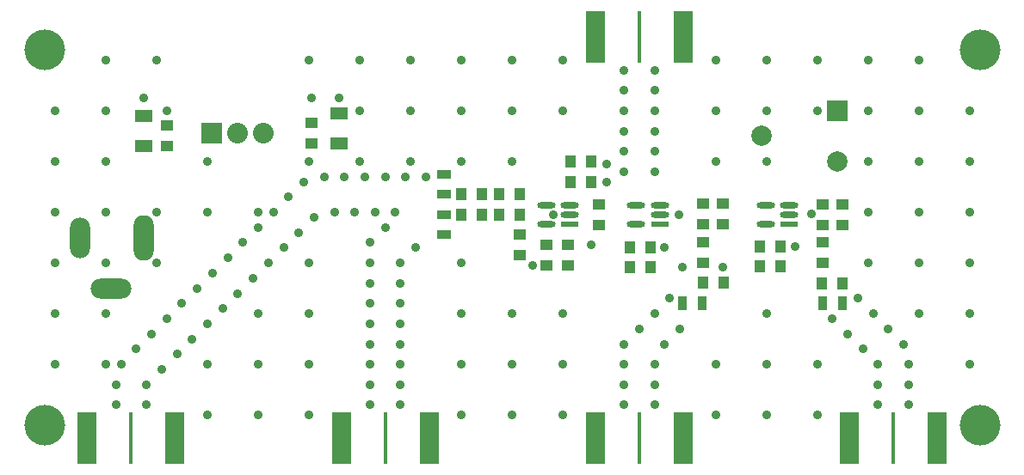
<source format=gts>
G04*
G04 #@! TF.GenerationSoftware,Altium Limited,Altium Designer,26.1.1 (7)*
G04*
G04 Layer_Color=8388736*
%FSLAX44Y44*%
%MOMM*%
G71*
G04*
G04 #@! TF.SameCoordinates,A118C6E1-3479-42CE-8D72-1BDF69DDE12E*
G04*
G04*
G04 #@! TF.FilePolarity,Negative*
G04*
G01*
G75*
%ADD15R,1.8000X1.1500*%
%ADD16R,1.9050X5.0800*%
G04:AMPARAMS|DCode=17|XSize=1.8052mm|YSize=0.6121mm|CornerRadius=0.3061mm|HoleSize=0mm|Usage=FLASHONLY|Rotation=180.000|XOffset=0mm|YOffset=0mm|HoleType=Round|Shape=RoundedRectangle|*
%AMROUNDEDRECTD17*
21,1,1.8052,0.0000,0,0,180.0*
21,1,1.1931,0.6121,0,0,180.0*
1,1,0.6121,-0.5966,0.0000*
1,1,0.6121,0.5966,0.0000*
1,1,0.6121,0.5966,0.0000*
1,1,0.6121,-0.5966,0.0000*
%
%ADD17ROUNDEDRECTD17*%
%ADD18R,1.0160X1.2700*%
%ADD19R,1.2700X1.0160*%
%ADD20R,1.4500X0.9500*%
%ADD21R,0.4500X5.0800*%
%ADD22R,1.8052X0.6121*%
%ADD23R,0.9500X1.4500*%
%ADD24C,2.0000*%
%ADD25R,2.0000X2.0000*%
%ADD26C,4.0000*%
%ADD27C,2.0320*%
%ADD28O,2.0000X4.5000*%
%ADD29R,2.0320X2.0320*%
%ADD30O,2.0000X4.0000*%
%ADD31O,4.0000X2.0000*%
%ADD32C,0.9000*%
D15*
X137500Y345000D02*
D03*
Y315000D02*
D03*
X330000Y317500D02*
D03*
Y347500D02*
D03*
D16*
X668180Y422500D02*
D03*
D03*
X581820D02*
D03*
X918180Y27500D02*
D03*
X831820D02*
D03*
D03*
X668180D02*
D03*
X581820D02*
D03*
D03*
X418180D02*
D03*
X331820D02*
D03*
D03*
X168180D02*
D03*
X81820D02*
D03*
D03*
D17*
X772500Y247500D02*
D03*
X645000D02*
D03*
X556505Y247500D02*
D03*
X772500Y257000D02*
D03*
X749490D02*
D03*
Y238000D02*
D03*
X621990Y257000D02*
D03*
Y238000D02*
D03*
X645000Y257000D02*
D03*
X533495Y238000D02*
D03*
Y257000D02*
D03*
X556505D02*
D03*
D18*
X577660Y280000D02*
D03*
X825160Y180000D02*
D03*
X764160Y216500D02*
D03*
X707660Y180500D02*
D03*
X635660Y215500D02*
D03*
X615340D02*
D03*
Y195500D02*
D03*
X635660D02*
D03*
X687340Y180500D02*
D03*
X743840Y216500D02*
D03*
Y196500D02*
D03*
X764160D02*
D03*
X577660Y300000D02*
D03*
X804840Y180000D02*
D03*
X507660Y247500D02*
D03*
Y267500D02*
D03*
X557340Y280000D02*
D03*
Y300000D02*
D03*
X470160Y247500D02*
D03*
X449840D02*
D03*
X470160Y267500D02*
D03*
X449840D02*
D03*
X487340Y247500D02*
D03*
Y267500D02*
D03*
D19*
X533700Y197340D02*
D03*
X302500Y337660D02*
D03*
X160000Y335160D02*
D03*
X302500Y317340D02*
D03*
X160000Y314840D02*
D03*
X687500Y200340D02*
D03*
Y220660D02*
D03*
Y237840D02*
D03*
Y258160D02*
D03*
X707500Y237840D02*
D03*
Y258160D02*
D03*
X805000Y237340D02*
D03*
X825000D02*
D03*
X805000Y220160D02*
D03*
X585000Y237340D02*
D03*
X507500Y207340D02*
D03*
X805000Y257660D02*
D03*
X825000D02*
D03*
X554650Y197340D02*
D03*
X805000Y199840D02*
D03*
X507500Y227660D02*
D03*
X533700Y217660D02*
D03*
X554650D02*
D03*
X585000Y257660D02*
D03*
D20*
X432500Y287250D02*
D03*
Y227750D02*
D03*
Y247250D02*
D03*
Y267750D02*
D03*
D21*
X625000Y422500D02*
D03*
Y27500D02*
D03*
X875000D02*
D03*
X375000D02*
D03*
X125000D02*
D03*
D22*
X772500Y238000D02*
D03*
X645000D02*
D03*
X556505Y238000D02*
D03*
D23*
X687250Y160000D02*
D03*
X667750D02*
D03*
X824750D02*
D03*
X805250D02*
D03*
D24*
X745000Y325000D02*
D03*
X820000Y300000D02*
D03*
D25*
Y350000D02*
D03*
D26*
X960000Y410000D02*
D03*
Y40000D02*
D03*
X40000Y410000D02*
D03*
Y40000D02*
D03*
D27*
X230000Y327500D02*
D03*
X255400D02*
D03*
D28*
X137000Y225000D02*
D03*
D29*
X204600Y327500D02*
D03*
D30*
X75000Y225000D02*
D03*
D31*
X105000Y175000D02*
D03*
D32*
X330000Y362500D02*
D03*
X850000Y400000D02*
D03*
X900000D02*
D03*
X800000D02*
D03*
X750000Y350000D02*
D03*
X900000D02*
D03*
X950000D02*
D03*
X800000D02*
D03*
X850000D02*
D03*
X700000Y400000D02*
D03*
X750000D02*
D03*
X700000Y350000D02*
D03*
Y300000D02*
D03*
X900000D02*
D03*
X950000D02*
D03*
X850000D02*
D03*
Y250000D02*
D03*
X900000D02*
D03*
X950000D02*
D03*
X794000Y248000D02*
D03*
X750000Y300000D02*
D03*
X778000Y216000D02*
D03*
X640000Y370000D02*
D03*
Y390000D02*
D03*
Y350000D02*
D03*
X610000Y370000D02*
D03*
Y350000D02*
D03*
X640000Y330000D02*
D03*
Y310000D02*
D03*
X610000Y330000D02*
D03*
Y310000D02*
D03*
X500000Y400000D02*
D03*
X550000D02*
D03*
X610000Y390000D02*
D03*
X550000Y350000D02*
D03*
X450000D02*
D03*
X500000D02*
D03*
X640000Y290000D02*
D03*
X610000D02*
D03*
X592500Y280000D02*
D03*
X664229Y247500D02*
D03*
X650000Y215500D02*
D03*
X500000Y300000D02*
D03*
X540000Y247500D02*
D03*
X950000Y200000D02*
D03*
X900000D02*
D03*
Y150000D02*
D03*
X850000Y200000D02*
D03*
X855000Y150000D02*
D03*
X950000D02*
D03*
X885000Y120000D02*
D03*
X870000Y135000D02*
D03*
X845000Y115000D02*
D03*
X840000Y165000D02*
D03*
X815000Y145000D02*
D03*
X830000Y130000D02*
D03*
X750000Y150000D02*
D03*
Y100000D02*
D03*
X950000D02*
D03*
X890000Y80000D02*
D03*
Y100000D02*
D03*
X860000Y60000D02*
D03*
X890000D02*
D03*
X860000Y100000D02*
D03*
Y80000D02*
D03*
X800000Y100000D02*
D03*
X750000Y50000D02*
D03*
X800000D02*
D03*
X655000Y165000D02*
D03*
X640000Y150000D02*
D03*
X550000D02*
D03*
X665000Y135000D02*
D03*
X650000Y120000D02*
D03*
X625000Y135000D02*
D03*
X610000Y120000D02*
D03*
X520000Y197500D02*
D03*
X450000Y200000D02*
D03*
X500000Y100000D02*
D03*
Y150000D02*
D03*
X450000Y100000D02*
D03*
X700000D02*
D03*
X640000Y80000D02*
D03*
Y100000D02*
D03*
X610000Y60000D02*
D03*
X700000Y50000D02*
D03*
X640000Y60000D02*
D03*
X610000Y100000D02*
D03*
Y80000D02*
D03*
X550000Y100000D02*
D03*
X500000Y50000D02*
D03*
X550000D02*
D03*
X450000Y400000D02*
D03*
X400000D02*
D03*
Y350000D02*
D03*
X350000Y400000D02*
D03*
Y350000D02*
D03*
X400000Y300000D02*
D03*
X450000D02*
D03*
X350000D02*
D03*
X302500Y362500D02*
D03*
X300000Y300000D02*
D03*
X415000Y285000D02*
D03*
X375000D02*
D03*
X395000D02*
D03*
X405000Y215000D02*
D03*
X385000Y250000D02*
D03*
X375000Y235000D02*
D03*
X335000Y285000D02*
D03*
X355000D02*
D03*
X315000D02*
D03*
X325000Y250000D02*
D03*
X365000D02*
D03*
X360000Y220000D02*
D03*
X345000Y250000D02*
D03*
X305000Y245000D02*
D03*
X300000Y400000D02*
D03*
X150000D02*
D03*
X160000Y350000D02*
D03*
X200000Y300000D02*
D03*
X100000Y400000D02*
D03*
X137500Y362500D02*
D03*
X50000Y350000D02*
D03*
X100000Y300000D02*
D03*
Y350000D02*
D03*
X50000Y300000D02*
D03*
X295000Y280000D02*
D03*
X280000Y265000D02*
D03*
X250000Y250000D02*
D03*
X265000D02*
D03*
X290000Y230000D02*
D03*
X275000Y215000D02*
D03*
X250000Y235000D02*
D03*
X260000Y200000D02*
D03*
X150000Y250000D02*
D03*
X200000D02*
D03*
X50000D02*
D03*
X100000D02*
D03*
X235000Y220000D02*
D03*
X220000Y205000D02*
D03*
X50000Y200000D02*
D03*
X390000Y160000D02*
D03*
Y180000D02*
D03*
X450000Y150000D02*
D03*
X390000Y200000D02*
D03*
X360000Y140000D02*
D03*
X390000D02*
D03*
Y120000D02*
D03*
X360000D02*
D03*
Y100000D02*
D03*
Y180000D02*
D03*
Y160000D02*
D03*
X300000Y200000D02*
D03*
X360000D02*
D03*
X300000Y150000D02*
D03*
Y100000D02*
D03*
X250000Y150000D02*
D03*
Y100000D02*
D03*
X390000D02*
D03*
Y80000D02*
D03*
X360000D02*
D03*
Y60000D02*
D03*
X450000Y50000D02*
D03*
X390000Y60000D02*
D03*
X250000Y50000D02*
D03*
X300000D02*
D03*
X245000Y185000D02*
D03*
X230000Y170000D02*
D03*
X205000Y190000D02*
D03*
X190000Y175000D02*
D03*
X215000Y155000D02*
D03*
X200000Y140000D02*
D03*
X175000Y160000D02*
D03*
X185000Y125000D02*
D03*
X150000Y200000D02*
D03*
X100000Y150000D02*
D03*
Y200000D02*
D03*
X50000Y150000D02*
D03*
X160000Y145000D02*
D03*
X170000Y110000D02*
D03*
X145000Y130000D02*
D03*
X130000Y115000D02*
D03*
X200000Y100000D02*
D03*
X155000Y95000D02*
D03*
X115000Y100000D02*
D03*
X140000Y80000D02*
D03*
X200000Y50000D02*
D03*
X140000Y60000D02*
D03*
X110000Y80000D02*
D03*
Y60000D02*
D03*
X50000Y100000D02*
D03*
X100000D02*
D03*
X577500Y217500D02*
D03*
X592500Y297500D02*
D03*
X667500Y195500D02*
D03*
X707500D02*
D03*
M02*

</source>
